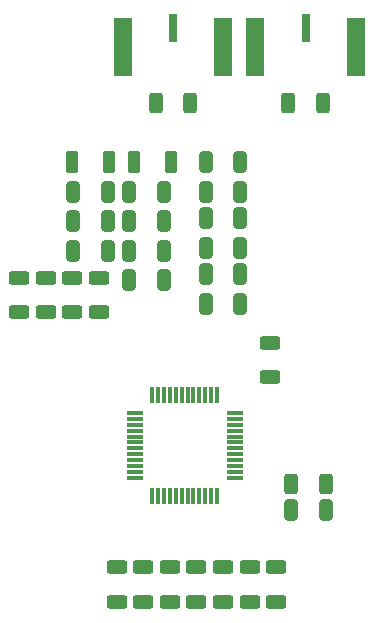
<source format=gbr>
%TF.GenerationSoftware,KiCad,Pcbnew,8.0.2*%
%TF.CreationDate,2024-05-14T11:50:59+07:00*%
%TF.ProjectId,PICO_DAC2932,5049434f-5f44-4414-9332-3933322e6b69,rev?*%
%TF.SameCoordinates,PX7735940PY61c06a0*%
%TF.FileFunction,Paste,Top*%
%TF.FilePolarity,Positive*%
%FSLAX46Y46*%
G04 Gerber Fmt 4.6, Leading zero omitted, Abs format (unit mm)*
G04 Created by KiCad (PCBNEW 8.0.2) date 2024-05-14 11:50:59*
%MOMM*%
%LPD*%
G01*
G04 APERTURE LIST*
G04 Aperture macros list*
%AMRoundRect*
0 Rectangle with rounded corners*
0 $1 Rounding radius*
0 $2 $3 $4 $5 $6 $7 $8 $9 X,Y pos of 4 corners*
0 Add a 4 corners polygon primitive as box body*
4,1,4,$2,$3,$4,$5,$6,$7,$8,$9,$2,$3,0*
0 Add four circle primitives for the rounded corners*
1,1,$1+$1,$2,$3*
1,1,$1+$1,$4,$5*
1,1,$1+$1,$6,$7*
1,1,$1+$1,$8,$9*
0 Add four rect primitives between the rounded corners*
20,1,$1+$1,$2,$3,$4,$5,0*
20,1,$1+$1,$4,$5,$6,$7,0*
20,1,$1+$1,$6,$7,$8,$9,0*
20,1,$1+$1,$8,$9,$2,$3,0*%
G04 Aperture macros list end*
%ADD10RoundRect,0.250000X0.625000X-0.312500X0.625000X0.312500X-0.625000X0.312500X-0.625000X-0.312500X0*%
%ADD11RoundRect,0.250000X-0.325000X-0.650000X0.325000X-0.650000X0.325000X0.650000X-0.325000X0.650000X0*%
%ADD12RoundRect,0.250000X-0.312500X-0.625000X0.312500X-0.625000X0.312500X0.625000X-0.312500X0.625000X0*%
%ADD13RoundRect,0.250000X-0.275000X-0.700000X0.275000X-0.700000X0.275000X0.700000X-0.275000X0.700000X0*%
%ADD14R,0.700000X2.350000*%
%ADD15R,1.600000X4.900000*%
%ADD16RoundRect,0.250000X-0.625000X0.312500X-0.625000X-0.312500X0.625000X-0.312500X0.625000X0.312500X0*%
%ADD17RoundRect,0.250000X0.325000X0.650000X-0.325000X0.650000X-0.325000X-0.650000X0.325000X-0.650000X0*%
%ADD18RoundRect,0.250000X0.312500X0.625000X-0.312500X0.625000X-0.312500X-0.625000X0.312500X-0.625000X0*%
%ADD19R,1.475000X0.300000*%
%ADD20R,0.300000X1.475000*%
G04 APERTURE END LIST*
D10*
%TO.C,R11*%
X66250000Y4287500D03*
X66250000Y7212500D03*
%TD*%
D11*
%TO.C,C3*%
X58275000Y34000000D03*
X61225000Y34000000D03*
%TD*%
D12*
%TO.C,R15*%
X71787500Y46500000D03*
X74712500Y46500000D03*
%TD*%
D11*
%TO.C,C5*%
X64775000Y29500000D03*
X67725000Y29500000D03*
%TD*%
%TO.C,C13*%
X64775000Y34250000D03*
X67725000Y34250000D03*
%TD*%
D13*
%TO.C,L2*%
X53425000Y41500000D03*
X56575000Y41500000D03*
%TD*%
D14*
%TO.C,J7*%
X62000000Y52835000D03*
D15*
X66250000Y51260000D03*
X57750000Y51260000D03*
%TD*%
D16*
%TO.C,R1*%
X57250000Y7212500D03*
X57250000Y4287500D03*
%TD*%
%TO.C,R4*%
X49000000Y31712500D03*
X49000000Y28787500D03*
%TD*%
D11*
%TO.C,C9*%
X64775000Y36750000D03*
X67725000Y36750000D03*
%TD*%
D17*
%TO.C,C12*%
X56475000Y36500000D03*
X53525000Y36500000D03*
%TD*%
D18*
%TO.C,R12*%
X63462500Y46500000D03*
X60537500Y46500000D03*
%TD*%
D16*
%TO.C,R7*%
X61750000Y7212500D03*
X61750000Y4287500D03*
%TD*%
D17*
%TO.C,C10*%
X56475000Y39000000D03*
X53525000Y39000000D03*
%TD*%
D11*
%TO.C,C11*%
X64775000Y41500000D03*
X67725000Y41500000D03*
%TD*%
D16*
%TO.C,R5*%
X59500000Y7212500D03*
X59500000Y4287500D03*
%TD*%
%TO.C,R10*%
X70750000Y7212500D03*
X70750000Y4287500D03*
%TD*%
%TO.C,R8*%
X64000000Y7212500D03*
X64000000Y4287500D03*
%TD*%
D11*
%TO.C,C6*%
X64775000Y32000000D03*
X67725000Y32000000D03*
%TD*%
D17*
%TO.C,C14*%
X56475000Y34000000D03*
X53525000Y34000000D03*
%TD*%
D13*
%TO.C,L1*%
X58675000Y41500000D03*
X61825000Y41500000D03*
%TD*%
D19*
%TO.C,IC1*%
X58762000Y20250000D03*
X58762000Y19750000D03*
X58762000Y19250000D03*
X58762000Y18750000D03*
X58762000Y18250000D03*
X58762000Y17750000D03*
X58762000Y17250000D03*
X58762000Y16750000D03*
X58762000Y16250000D03*
X58762000Y15750000D03*
X58762000Y15250000D03*
X58762000Y14750000D03*
D20*
X60250000Y13262000D03*
X60750000Y13262000D03*
X61250000Y13262000D03*
X61750000Y13262000D03*
X62250000Y13262000D03*
X62750000Y13262000D03*
X63250000Y13262000D03*
X63750000Y13262000D03*
X64250000Y13262000D03*
X64750000Y13262000D03*
X65250000Y13262000D03*
X65750000Y13262000D03*
D19*
X67238000Y14750000D03*
X67238000Y15250000D03*
X67238000Y15750000D03*
X67238000Y16250000D03*
X67238000Y16750000D03*
X67238000Y17250000D03*
X67238000Y17750000D03*
X67238000Y18250000D03*
X67238000Y18750000D03*
X67238000Y19250000D03*
X67238000Y19750000D03*
X67238000Y20250000D03*
D20*
X65750000Y21738000D03*
X65250000Y21738000D03*
X64750000Y21738000D03*
X64250000Y21738000D03*
X63750000Y21738000D03*
X63250000Y21738000D03*
X62750000Y21738000D03*
X62250000Y21738000D03*
X61750000Y21738000D03*
X61250000Y21738000D03*
X60750000Y21738000D03*
X60250000Y21738000D03*
%TD*%
D16*
%TO.C,R9*%
X68500000Y7212500D03*
X68500000Y4287500D03*
%TD*%
D10*
%TO.C,R6*%
X55750000Y28787500D03*
X55750000Y31712500D03*
%TD*%
D16*
%TO.C,R2*%
X53500000Y31712500D03*
X53500000Y28787500D03*
%TD*%
D11*
%TO.C,C1*%
X58275000Y39000000D03*
X61225000Y39000000D03*
%TD*%
D12*
%TO.C,R13*%
X72037500Y14250000D03*
X74962500Y14250000D03*
%TD*%
D11*
%TO.C,C8*%
X58275000Y36500000D03*
X61225000Y36500000D03*
%TD*%
D16*
%TO.C,R3*%
X51250000Y31712500D03*
X51250000Y28787500D03*
%TD*%
D11*
%TO.C,C4*%
X72025000Y12000000D03*
X74975000Y12000000D03*
%TD*%
D14*
%TO.C,J8*%
X73250000Y52835000D03*
D15*
X77500000Y51260000D03*
X69000000Y51260000D03*
%TD*%
D10*
%TO.C,R14*%
X70250000Y23287500D03*
X70250000Y26212500D03*
%TD*%
D11*
%TO.C,C2*%
X58275000Y31500000D03*
X61225000Y31500000D03*
%TD*%
%TO.C,C7*%
X64775000Y39000000D03*
X67725000Y39000000D03*
%TD*%
M02*

</source>
